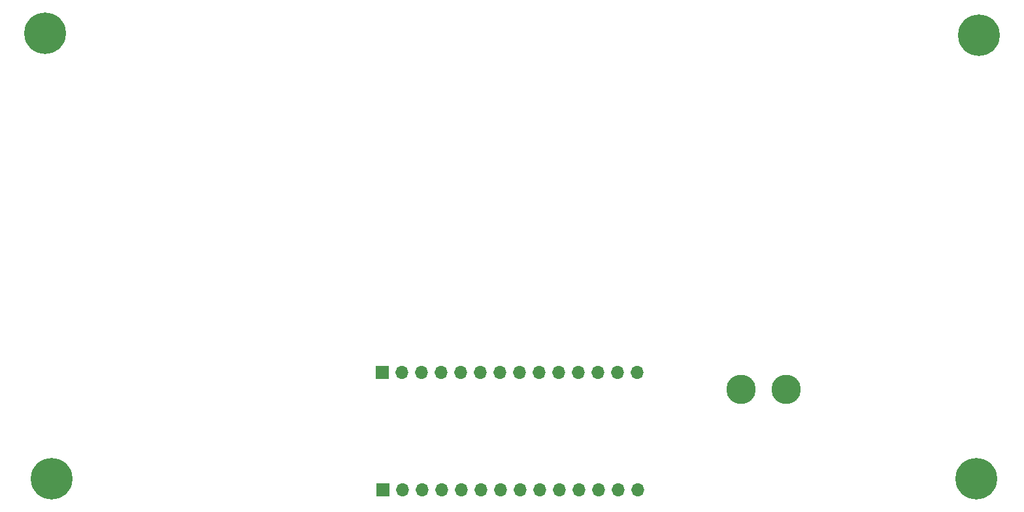
<source format=gbr>
%TF.GenerationSoftware,KiCad,Pcbnew,8.0.4*%
%TF.CreationDate,2024-08-21T17:36:00-07:00*%
%TF.ProjectId,SMA_Test_Bed,534d415f-5465-4737-945f-4265642e6b69,rev?*%
%TF.SameCoordinates,Original*%
%TF.FileFunction,Soldermask,Bot*%
%TF.FilePolarity,Negative*%
%FSLAX46Y46*%
G04 Gerber Fmt 4.6, Leading zero omitted, Abs format (unit mm)*
G04 Created by KiCad (PCBNEW 8.0.4) date 2024-08-21 17:36:00*
%MOMM*%
%LPD*%
G01*
G04 APERTURE LIST*
%ADD10C,0.800000*%
%ADD11C,5.400000*%
%ADD12C,2.600000*%
%ADD13C,3.800000*%
%ADD14R,1.700000X1.700000*%
%ADD15O,1.700000X1.700000*%
G04 APERTURE END LIST*
D10*
%TO.C,H3*%
X98150000Y-125800000D03*
X98743109Y-124368109D03*
X98743109Y-127231891D03*
X100175000Y-123775000D03*
D11*
X100175000Y-125800000D03*
D10*
X100175000Y-127825000D03*
X101606891Y-124368109D03*
X101606891Y-127231891D03*
X102200000Y-125800000D03*
%TD*%
D12*
%TO.C,J18*%
X189475000Y-114200000D03*
D13*
X189475000Y-114200000D03*
D12*
X195325000Y-114200000D03*
D13*
X195325000Y-114200000D03*
%TD*%
D10*
%TO.C,H1*%
X97325000Y-67950000D03*
X97918109Y-66518109D03*
X97918109Y-69381891D03*
X99350000Y-65925000D03*
D11*
X99350000Y-67950000D03*
D10*
X99350000Y-69975000D03*
X100781891Y-66518109D03*
X100781891Y-69381891D03*
X101375000Y-67950000D03*
%TD*%
D14*
%TO.C,J1*%
X143090000Y-127250000D03*
D15*
X145630000Y-127250000D03*
X148170000Y-127250000D03*
X150710000Y-127250000D03*
X153250000Y-127250000D03*
X155790000Y-127250000D03*
X158330000Y-127250000D03*
X160870000Y-127250000D03*
X163410000Y-127250000D03*
X165950000Y-127250000D03*
X168490000Y-127250000D03*
X171030000Y-127250000D03*
X173570000Y-127250000D03*
X176110000Y-127250000D03*
X176070000Y-112010000D03*
X173530000Y-112010000D03*
X170990000Y-112010000D03*
X168450000Y-112010000D03*
X165910000Y-112010000D03*
X163370000Y-112010000D03*
X160830000Y-112010000D03*
X158290000Y-112010000D03*
X155750000Y-112010000D03*
X153210000Y-112010000D03*
X150670000Y-112010000D03*
X148130000Y-112010000D03*
X145590000Y-112010000D03*
D14*
X143050000Y-112010000D03*
%TD*%
D10*
%TO.C,H4*%
X217925000Y-125825000D03*
X218518109Y-124393109D03*
X218518109Y-127256891D03*
X219950000Y-123800000D03*
D11*
X219950000Y-125825000D03*
D10*
X219950000Y-127850000D03*
X221381891Y-124393109D03*
X221381891Y-127256891D03*
X221975000Y-125825000D03*
%TD*%
%TO.C,H2*%
X218325000Y-68200000D03*
X218918109Y-66768109D03*
X218918109Y-69631891D03*
X220350000Y-66175000D03*
D11*
X220350000Y-68200000D03*
D10*
X220350000Y-70225000D03*
X221781891Y-66768109D03*
X221781891Y-69631891D03*
X222375000Y-68200000D03*
%TD*%
M02*

</source>
